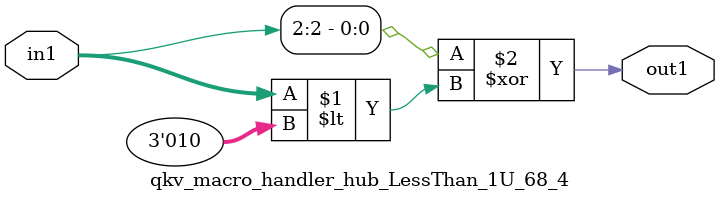
<source format=v>

`timescale 1ps / 1ps


module qkv_macro_handler_hub_LessThan_1U_68_4( in1, out1 );

    input [2:0] in1;
    output out1;

    
    // rtl_process:qkv_macro_handler_hub_LessThan_1U_68_4/qkv_macro_handler_hub_LessThan_1U_68_4_thread_1
    assign out1 = (in1[2] ^ in1 < 3'd2);

endmodule


</source>
